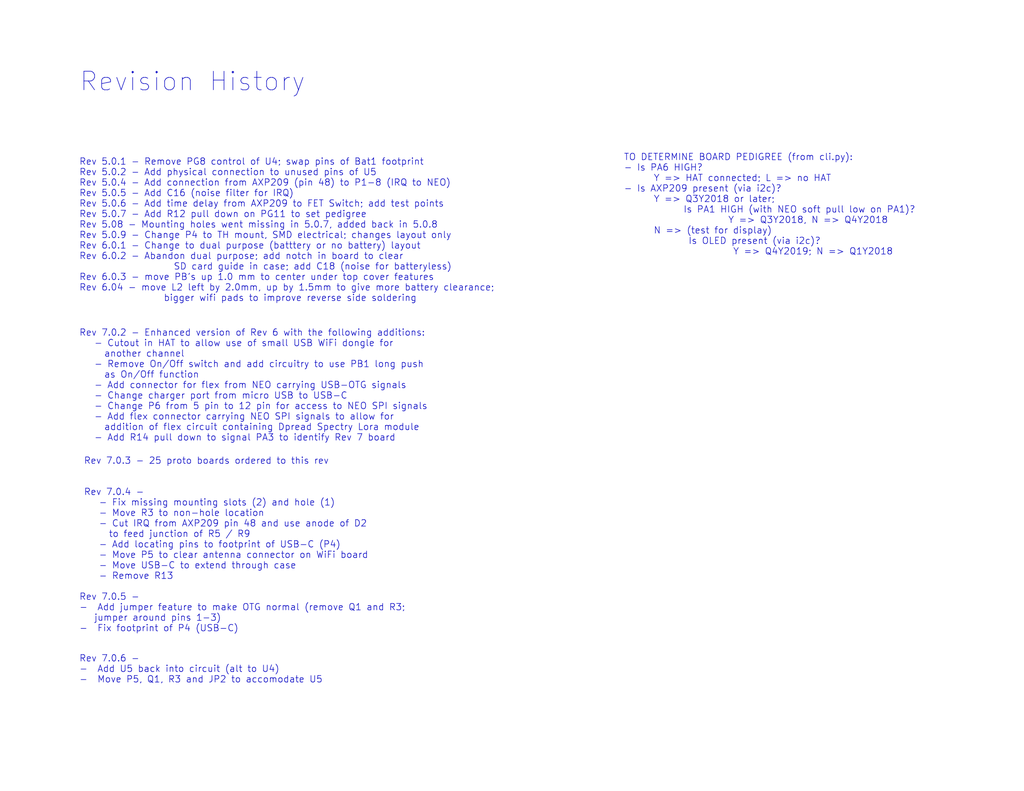
<source format=kicad_sch>
(kicad_sch (version 20210406) (generator eeschema)
  (paper "USLetter")
  (title_block (title "ConnectBox HAT 7") (date "2021-07-10") (rev "7.0.6") (company "ConnectBox") (comment 1 "JRA"))
  (lib_symbols)
  (text "Revision History" (at 21.59 25.4 0) (effects (font (size 5.08 5.08)) (justify left bottom)))
  (text "Rev 5.0.1 - Remove PG8 control of U4; swap pins of Bat1 footprint\nRev 5.0.2 - Add physical connection to unused pins of U5\nRev 5.0.4 - Add connection from AXP209 (pin 48) to P1-8 (IRQ to NEO)\nRev 5.0.5 - Add C16 (noise filter for IRQ)\nRev 5.0.6 - Add time delay from AXP209 to FET Switch; add test points\nRev 5.0.7 - Add R12 pull down on PG11 to set pedigree\nRev 5.08 - Mounting holes went missing in 5.0.7, added back in 5.0.8\nRev 5.0.9 - Change P4 to TH mount, SMD electrical; changes layout only\nRev 6.0.1 - Change to dual purpose (batttery or no battery) layout\nRev 6.0.2 - Abandon dual purpose; add notch in board to clear \n                   SD card guide in case; add C18 (noise for batteryless)\nRev 6.0.3 - move PB’s up 1.0 mm to center under top cover features\nRev 6.04 - move L2 left by 2.0mm, up by 1.5mm to give more battery clearance; \n                 bigger wifi pads to improve reverse side soldering\n" (at 21.59 82.55 0) (effects (font (size 1.778 1.778)) (justify left bottom)))
  (text "Rev 7.0.2 - Enhanced version of Rev 6 with the following additions:\n   - Cutout in HAT to allow use of small USB WiFi dongle for \n     another channel\n   - Remove On/Off switch and add circuitry to use PB1 long push\n     as On/Off function\n   - Add connector for flex from NEO carrying USB-OTG signals\n   - Change charger port from micro USB to USB-C\n   - Change P6 from 5 pin to 12 pin for access to NEO SPI signals\n   - Add flex connector carrying NEO SPI signals to allow for\n     addition of flex circuit containing Dpread Spectry Lora module\n   - Add R14 pull down to signal PA3 to identify Rev 7 board" (at 21.59 120.65 0) (effects (font (size 1.778 1.778)) (justify left bottom)))
  (text "Rev 7.0.5 - \n-  Add jumper feature to make OTG normal (remove Q1 and R3;\n   jumper around pins 1-3)\n-  Fix footprint of P4 (USB-C)\n" (at 21.59 172.72 0) (effects (font (size 1.778 1.778)) (justify left bottom)))
  (text "Rev 7.0.6 - \n-  Add U5 back into circuit (alt to U4)\n-  Move P5, Q1, R3 and JP2 to accomodate U5\n" (at 21.59 186.69 0) (effects (font (size 1.778 1.778)) (justify left bottom)))
  (text "Rev 7.0.3 - 25 proto boards ordered to this rev" (at 22.86 127 0) (effects (font (size 1.778 1.778)) (justify left bottom)))
  (text "Rev 7.0.4 - \n   - Fix missing mounting slots (2) and hole (1)\n   - Move R3 to non-hole location\n   - Cut IRQ from AXP209 pin 48 and use anode of D2\n     to feed junction of R5 / R9\n   - Add locating pins to footprint of USB-C (P4)\n   - Move P5 to clear antenna connector on WiFi board\n   - Move USB-C to extend through case\n   - Remove R13\n\n" (at 22.86 161.29 0) (effects (font (size 1.778 1.778)) (justify left bottom)))
  (text "TO DETERMINE BOARD PEDIGREE (from cli.py):\n- Is PA6 HIGH? \n      Y => HAT connected; L => no HAT\n- Is AXP209 present (via i2c)? \n      Y => Q3Y2018 or later; \n            Is PA1 HIGH (with NEO soft pull low on PA1)? \n                     Y => Q3Y2018, N => Q4Y2018\n      N => (test for display)\n             Is OLED present (via i2c)? \n                      Y => Q4Y2019; N => Q1Y2018" (at 170.18 69.85 0) (effects (font (size 1.778 1.778)) (justify left bottom)))
)
</source>
